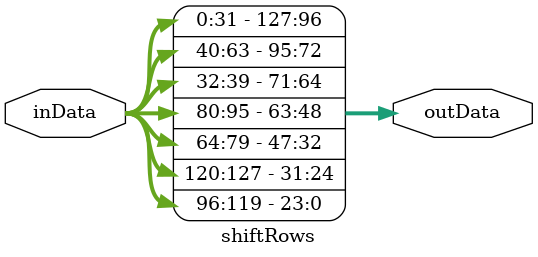
<source format=sv>

module shiftRows(input logic [0:127] inData, output logic [0:127] outData);

assign outData[0:7] = inData[0:7];
assign outData[8:15] = inData[8:15]; 
assign outData[16:23] = inData[16:23];
assign outData[24:31] = inData[24:31];
assign outData[32:39] = inData[40:47];
assign outData[40:47] = inData[48:55];
assign outData[48:55] = inData[56:63];
assign outData[56:63] = inData[32:39];
assign outData[64:71] = inData[80:87];
assign outData[72:79] = inData[88:95];
assign outData[80:87] = inData[64:71];
assign outData[88:95] = inData[72:79];
assign outData[96:103] = inData[120:127];
assign outData[104:111] = inData[96:103];
assign outData[112:119] = inData[104:111];
assign outData[120:127] = inData[112:119];


endmodule
</source>
